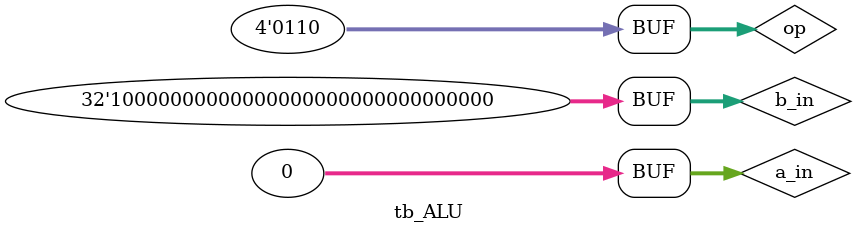
<source format=v>
`timescale 1ns / 1ps

module tb_ALU;

reg [31:0] a_in;
reg [31:0] b_in;
reg [3:0] op;
wire [31:0] result;
wire zero;
wire overflow;

ALU_RCA_32bit uut(
.a_in(a_in),
.b_in(b_in),
.op(op),
.result(result),
.zero(zero),
.overflow(overflow)
);


initial begin
a_in = 0;
b_in = 0;
op = 4'b0000;


#100

a_in = 2000;
b_in = 1000;
op = 4'b0000;
#50

a_in = 2000;
b_in = 1000;
op = 4'b0001;
#50

a_in = 2000;
b_in = 1000;
op = 4'b0010;
#50

a_in = 2000;
b_in = 1000;
op = 4'b0110;
#50

a_in = 1000;
b_in = 1000;
op = 4'b0110;
#50

a_in = 1000;
b_in = 2000;
op = 4'b0110;
#50

a_in = 1000;
b_in = 2000;
op = 4'b1100;
#50

a_in = 1000;
b_in = 2000;
op = 4'b0111;
#50

a_in = 2000;
b_in = 1000;
op = 4'b0111;
#50

a_in = 1000;
b_in = 1000;
op = 4'b0111;
#50

a_in = 32'b01111111111111111111111111111111;
b_in = 1;
op = 4'b0010;
#50;

a_in = 32'b01111111111111111111111111111111;
b_in = 1;
op = 4'b0110;
#50;

a_in = 1;
b_in = 32'b01111111111111111111111111111111;
op = 4'b0110;
#50;

a_in = 32'b10000000000000000000000000000001;
b_in = 32'b01111111111111111111111111111111;
op = 4'b0110;
#50;

a_in = 32'b10000000000000000000000000000001;
b_in = -1;
op = 4'b0010;
#50;

a_in = 32'b10000000000000000000000000000000;
b_in = -1;
op = 4'b0010;
#50;

a_in = 0;
b_in = 32'b10000000000000000000000000000000;
op = 4'b0110;
#50;
end

endmodule
</source>
